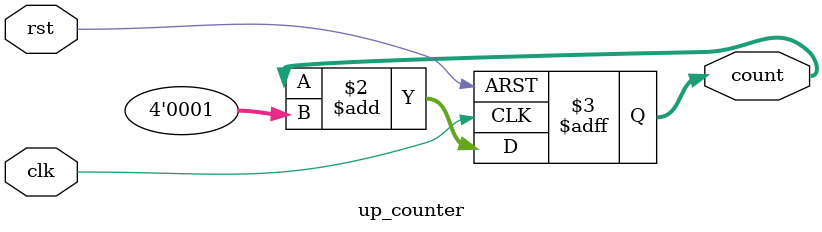
<source format=v>
`timescale 1ns / 1ps
module up_counter(clk, rst, count);
input clk, rst;
output reg [3:0] count;
always@(posedge clk or posedge rst)
begin
if(rst)
count= 4'b0000;
else
count = count + 4'b0001;
end



endmodule

</source>
